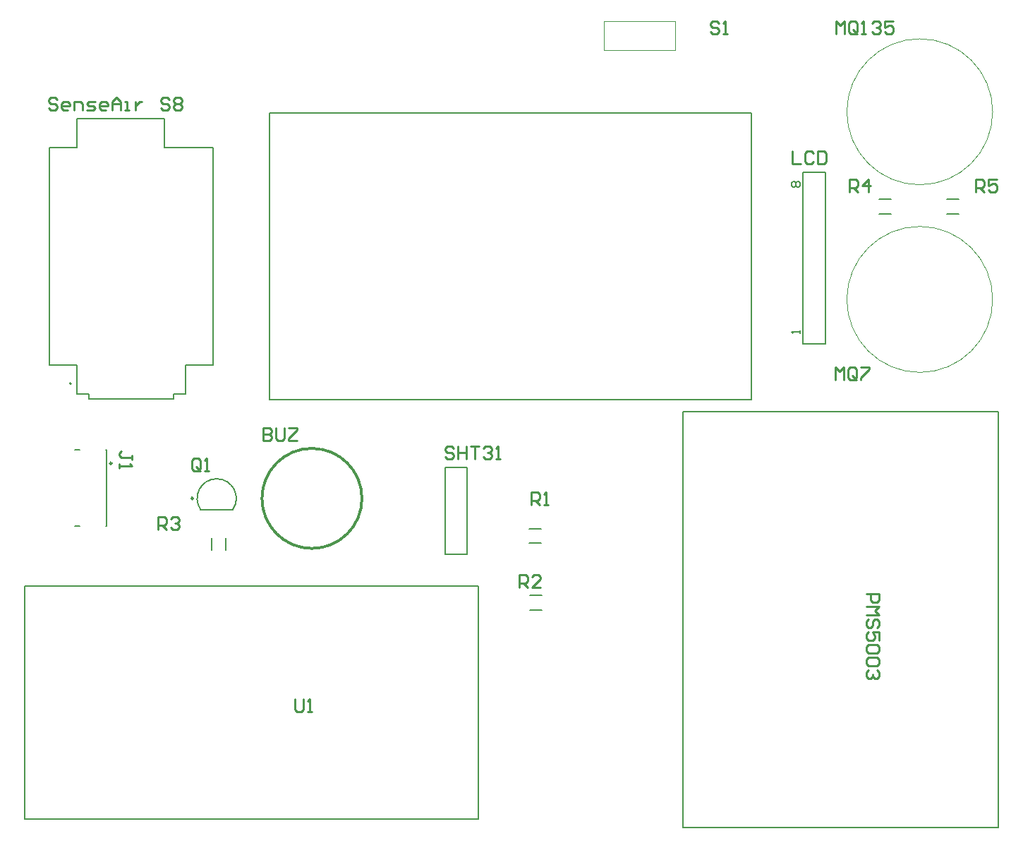
<source format=gto>
G04*
G04 #@! TF.GenerationSoftware,Altium Limited,Altium Designer,21.1.1 (26)*
G04*
G04 Layer_Color=65535*
%FSLAX44Y44*%
%MOMM*%
G71*
G04*
G04 #@! TF.SameCoordinates,318D8A57-BE55-4DA7-855F-93B026641E73*
G04*
G04*
G04 #@! TF.FilePolarity,Positive*
G04*
G01*
G75*
%ADD10C,0.2500*%
%ADD11C,0.2000*%
%ADD12C,0.1000*%
%ADD13C,0.3000*%
%ADD14C,0.1270*%
%ADD15C,0.2540*%
%ADD16C,0.1524*%
D10*
X219450Y410000D02*
G03*
X219450Y410000I-1250J0D01*
G01*
X121950Y452000D02*
G03*
X121950Y452000I-1250J0D01*
G01*
D11*
X267039Y396648D02*
G03*
X228363Y396645I-19339J13352D01*
G01*
X73000Y547600D02*
G03*
X73000Y547600I-1000J0D01*
G01*
X258500Y347750D02*
Y362250D01*
X241500Y347750D02*
Y362250D01*
X228363Y396650D02*
X267036D01*
X1042750Y751500D02*
X1057250D01*
X1042750Y768500D02*
X1057250D01*
X1123750D02*
X1138250D01*
X1123750Y751500D02*
X1138250D01*
X622750Y356500D02*
X637250D01*
X622750Y373500D02*
X637250D01*
X114450Y468000D02*
X115600D01*
X77150D02*
X82950D01*
X114450Y376500D02*
X115600D01*
X77150D02*
X82950D01*
X115600D02*
Y468000D01*
X521550Y447300D02*
X548450D01*
X521550Y342700D02*
Y447300D01*
Y342700D02*
X548450D01*
Y447300D01*
X623750Y276500D02*
X638250D01*
X623750Y293500D02*
X638250D01*
X951550Y801200D02*
X978450D01*
X951550Y595000D02*
Y801200D01*
Y595000D02*
X978450D01*
Y801200D01*
D12*
X1091410Y561090D02*
G03*
X1091410Y736090I0J87500D01*
G01*
D02*
G03*
X1091410Y561090I0J-87500D01*
G01*
Y961090D02*
G03*
X1091410Y786090I0J-87500D01*
G01*
D02*
G03*
X1091410Y961090I0J87500D01*
G01*
X712500Y982500D02*
X797500D01*
Y947501D02*
Y982500D01*
X712500Y947501D02*
X797500D01*
X712500D02*
Y982500D01*
D13*
X422000Y410000D02*
G03*
X422000Y410000I-60000J0D01*
G01*
D14*
X310635Y528135D02*
X889365D01*
X310635Y871865D02*
X889365D01*
Y528135D02*
Y871865D01*
X310635Y528135D02*
Y871865D01*
X17500Y304500D02*
X561500D01*
Y25500D02*
Y304500D01*
X17500Y25500D02*
X561500D01*
X17500D02*
Y304500D01*
X185000Y830250D02*
Y865000D01*
X94200Y529600D02*
X195800D01*
X94200D02*
Y535000D01*
X80000D02*
X94200D01*
X80000D02*
Y569750D01*
X46500D02*
X80000D01*
X46500D02*
Y830250D01*
X80000D01*
Y865000D01*
X185000D01*
Y830250D02*
X243500D01*
Y569750D02*
Y830250D01*
X210000Y569750D02*
X243500D01*
X210000Y535000D02*
Y569750D01*
X195800Y535000D02*
X210000D01*
X195800Y529600D02*
Y535000D01*
X806905Y15635D02*
X1185635D01*
X806905Y514365D02*
X1185635D01*
X806905Y15635D02*
Y514365D01*
X1185635Y15635D02*
Y514365D01*
D15*
X341243Y169618D02*
Y156922D01*
X343783Y154382D01*
X348861D01*
X351400Y156922D01*
Y169618D01*
X356478Y154382D02*
X361557D01*
X359018D01*
Y169618D01*
X356478Y167078D01*
X1158304Y777383D02*
Y792617D01*
X1165922D01*
X1168461Y790078D01*
Y785000D01*
X1165922Y782461D01*
X1158304D01*
X1163382D02*
X1168461Y777383D01*
X1183696Y792617D02*
X1173539D01*
Y785000D01*
X1178618Y787539D01*
X1181157D01*
X1183696Y785000D01*
Y779922D01*
X1181157Y777383D01*
X1176078D01*
X1173539Y779922D01*
X1007304Y777383D02*
Y792617D01*
X1014922D01*
X1017461Y790078D01*
Y785000D01*
X1014922Y782461D01*
X1007304D01*
X1012383D02*
X1017461Y777383D01*
X1030157D02*
Y792617D01*
X1022539Y785000D01*
X1032696D01*
X146096Y456671D02*
Y461749D01*
Y459210D01*
X133400D01*
X130861Y461749D01*
Y464289D01*
X133400Y466828D01*
X130861Y451593D02*
Y446514D01*
Y449053D01*
X146096D01*
X143557Y451593D01*
X177304Y372383D02*
Y387617D01*
X184922D01*
X187461Y385078D01*
Y380000D01*
X184922Y377461D01*
X177304D01*
X182383D02*
X187461Y372383D01*
X192539Y385078D02*
X195078Y387617D01*
X200157D01*
X202696Y385078D01*
Y382539D01*
X200157Y380000D01*
X197617D01*
X200157D01*
X202696Y377461D01*
Y374922D01*
X200157Y372383D01*
X195078D01*
X192539Y374922D01*
X303038Y494295D02*
Y479060D01*
X310655D01*
X313195Y481599D01*
Y484138D01*
X310655Y486678D01*
X303038D01*
X310655D01*
X313195Y489217D01*
Y491756D01*
X310655Y494295D01*
X303038D01*
X318273D02*
Y481599D01*
X320812Y479060D01*
X325891D01*
X328430Y481599D01*
Y494295D01*
X333508D02*
X343665D01*
Y491756D01*
X333508Y481599D01*
Y479060D01*
X343665D01*
X850000Y980078D02*
X847461Y982617D01*
X842383D01*
X839843Y980078D01*
Y977539D01*
X842383Y975000D01*
X847461D01*
X850000Y972461D01*
Y969922D01*
X847461Y967383D01*
X842383D01*
X839843Y969922D01*
X855078Y967383D02*
X860157D01*
X857618D01*
Y982617D01*
X855078Y980078D01*
X228359Y445023D02*
Y455180D01*
X225819Y457719D01*
X220741D01*
X218202Y455180D01*
Y445023D01*
X220741Y442484D01*
X225819D01*
X223280Y447562D02*
X228359Y442484D01*
X225819D02*
X228359Y445023D01*
X233437Y442484D02*
X238515D01*
X235976D01*
Y457719D01*
X233437Y455180D01*
X1027383Y295784D02*
X1042617D01*
Y288166D01*
X1040078Y285627D01*
X1035000D01*
X1032461Y288166D01*
Y295784D01*
X1027383Y280548D02*
X1042617D01*
X1037539Y275470D01*
X1042617Y270392D01*
X1027383D01*
X1040078Y255157D02*
X1042617Y257696D01*
Y262774D01*
X1040078Y265313D01*
X1037539D01*
X1035000Y262774D01*
Y257696D01*
X1032461Y255157D01*
X1029922D01*
X1027383Y257696D01*
Y262774D01*
X1029922Y265313D01*
X1042617Y239922D02*
Y250078D01*
X1035000D01*
X1037539Y245000D01*
Y242461D01*
X1035000Y239922D01*
X1029922D01*
X1027383Y242461D01*
Y247539D01*
X1029922Y250078D01*
X1040078Y234843D02*
X1042617Y232304D01*
Y227226D01*
X1040078Y224687D01*
X1029922D01*
X1027383Y227226D01*
Y232304D01*
X1029922Y234843D01*
X1040078D01*
Y219608D02*
X1042617Y217069D01*
Y211991D01*
X1040078Y209451D01*
X1029922D01*
X1027383Y211991D01*
Y217069D01*
X1029922Y219608D01*
X1040078D01*
Y204373D02*
X1042617Y201834D01*
Y196756D01*
X1040078Y194216D01*
X1037539D01*
X1035000Y196756D01*
Y199295D01*
Y196756D01*
X1032461Y194216D01*
X1029922D01*
X1027383Y196756D01*
Y201834D01*
X1029922Y204373D01*
X531889Y469912D02*
X529350Y472451D01*
X524271D01*
X521732Y469912D01*
Y467373D01*
X524271Y464833D01*
X529350D01*
X531889Y462294D01*
Y459755D01*
X529350Y457216D01*
X524271D01*
X521732Y459755D01*
X536967Y472451D02*
Y457216D01*
Y464833D01*
X547124D01*
Y472451D01*
Y457216D01*
X552202Y472451D02*
X562359D01*
X557281D01*
Y457216D01*
X567437Y469912D02*
X569976Y472451D01*
X575055D01*
X577594Y469912D01*
Y467373D01*
X575055Y464833D01*
X572516D01*
X575055D01*
X577594Y462294D01*
Y459755D01*
X575055Y457216D01*
X569976D01*
X567437Y459755D01*
X582672Y457216D02*
X587751D01*
X585211D01*
Y472451D01*
X582672Y469912D01*
X56401Y887996D02*
X53861Y890535D01*
X48783D01*
X46244Y887996D01*
Y885457D01*
X48783Y882917D01*
X53861D01*
X56401Y880378D01*
Y877839D01*
X53861Y875300D01*
X48783D01*
X46244Y877839D01*
X69097Y875300D02*
X64018D01*
X61479Y877839D01*
Y882917D01*
X64018Y885457D01*
X69097D01*
X71636Y882917D01*
Y880378D01*
X61479D01*
X76714Y875300D02*
Y885457D01*
X84332D01*
X86871Y882917D01*
Y875300D01*
X91949D02*
X99567D01*
X102106Y877839D01*
X99567Y880378D01*
X94488D01*
X91949Y882917D01*
X94488Y885457D01*
X102106D01*
X114802Y875300D02*
X109724D01*
X107184Y877839D01*
Y882917D01*
X109724Y885457D01*
X114802D01*
X117341Y882917D01*
Y880378D01*
X107184D01*
X122419Y875300D02*
Y885457D01*
X127498Y890535D01*
X132576Y885457D01*
Y875300D01*
Y882917D01*
X122419D01*
X137654Y875300D02*
X142733D01*
X140194D01*
Y885457D01*
X137654D01*
X150350D02*
Y875300D01*
Y880378D01*
X152889Y882917D01*
X155429Y885457D01*
X157968D01*
X190977Y887996D02*
X188438Y890535D01*
X183360D01*
X180821Y887996D01*
Y885457D01*
X183360Y882917D01*
X188438D01*
X190977Y880378D01*
Y877839D01*
X188438Y875300D01*
X183360D01*
X180821Y877839D01*
X196056Y887996D02*
X198595Y890535D01*
X203673D01*
X206212Y887996D01*
Y885457D01*
X203673Y882917D01*
X206212Y880378D01*
Y877839D01*
X203673Y875300D01*
X198595D01*
X196056Y877839D01*
Y880378D01*
X198595Y882917D01*
X196056Y885457D01*
Y887996D01*
X198595Y882917D02*
X203673D01*
X624843Y402383D02*
Y417617D01*
X632461D01*
X635000Y415078D01*
Y410000D01*
X632461Y407461D01*
X624843D01*
X629922D02*
X635000Y402383D01*
X640078D02*
X645157D01*
X642618D01*
Y417617D01*
X640078Y415078D01*
X610632Y303038D02*
Y318273D01*
X618250D01*
X620789Y315734D01*
Y310655D01*
X618250Y308116D01*
X610632D01*
X615710D02*
X620789Y303038D01*
X636024D02*
X625867D01*
X636024Y313195D01*
Y315734D01*
X633485Y318273D01*
X628406D01*
X625867Y315734D01*
X990721Y967383D02*
Y982617D01*
X995799Y977539D01*
X1000878Y982617D01*
Y967383D01*
X1016113Y969922D02*
Y980078D01*
X1013574Y982617D01*
X1008495D01*
X1005956Y980078D01*
Y969922D01*
X1008495Y967383D01*
X1013574D01*
X1011034Y972461D02*
X1016113Y967383D01*
X1013574D02*
X1016113Y969922D01*
X1021191Y967383D02*
X1026270D01*
X1023730D01*
Y982617D01*
X1021191Y980078D01*
X1033887D02*
X1036426Y982617D01*
X1041505D01*
X1044044Y980078D01*
Y977539D01*
X1041505Y975000D01*
X1038966D01*
X1041505D01*
X1044044Y972461D01*
Y969922D01*
X1041505Y967383D01*
X1036426D01*
X1033887Y969922D01*
X1059279Y982617D02*
X1049122D01*
Y975000D01*
X1054201Y977539D01*
X1056740D01*
X1059279Y975000D01*
Y969922D01*
X1056740Y967383D01*
X1051661D01*
X1049122Y969922D01*
X989687Y552383D02*
Y567617D01*
X994765Y562539D01*
X999843Y567617D01*
Y552383D01*
X1015078Y554922D02*
Y565078D01*
X1012539Y567617D01*
X1007461D01*
X1004922Y565078D01*
Y554922D01*
X1007461Y552383D01*
X1012539D01*
X1010000Y557461D02*
X1015078Y552383D01*
X1012539D02*
X1015078Y554922D01*
X1020157Y567617D02*
X1030313D01*
Y565078D01*
X1020157Y554922D01*
Y552383D01*
X938800Y826273D02*
Y811038D01*
X948957D01*
X964192Y823734D02*
X961653Y826273D01*
X956574D01*
X954035Y823734D01*
Y813577D01*
X956574Y811038D01*
X961653D01*
X964192Y813577D01*
X969270Y826273D02*
Y811038D01*
X976888D01*
X979427Y813577D01*
Y823734D01*
X976888Y826273D01*
X969270D01*
D16*
X939536Y783200D02*
X937843Y784893D01*
Y788278D01*
X939536Y789971D01*
X941229D01*
X942922Y788278D01*
X944614Y789971D01*
X946307D01*
X948000Y788278D01*
Y784893D01*
X946307Y783200D01*
X944614D01*
X942922Y784893D01*
X941229Y783200D01*
X939536D01*
X942922Y784893D02*
Y788278D01*
X948000Y608000D02*
Y611386D01*
Y609693D01*
X937843D01*
X939536Y608000D01*
M02*

</source>
